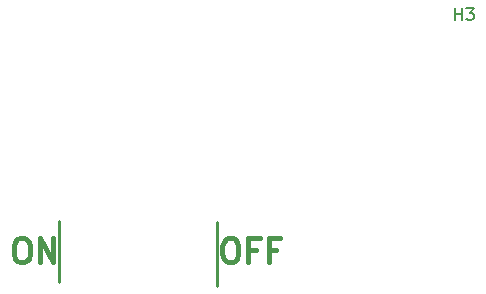
<source format=gbr>
%TF.GenerationSoftware,KiCad,Pcbnew,7.0.10*%
%TF.CreationDate,2024-04-26T10:19:57+01:00*%
%TF.ProjectId,sides,73696465-732e-46b6-9963-61645f706362,rev?*%
%TF.SameCoordinates,Original*%
%TF.FileFunction,Legend,Top*%
%TF.FilePolarity,Positive*%
%FSLAX46Y46*%
G04 Gerber Fmt 4.6, Leading zero omitted, Abs format (unit mm)*
G04 Created by KiCad (PCBNEW 7.0.10) date 2024-04-26 10:19:57*
%MOMM*%
%LPD*%
G01*
G04 APERTURE LIST*
%ADD10C,0.250000*%
%ADD11C,0.400000*%
%ADD12C,0.150000*%
G04 APERTURE END LIST*
D10*
X137800000Y-68900000D02*
X137800000Y-63700000D01*
X151100000Y-69200000D02*
X151100000Y-63800000D01*
D11*
X134420299Y-65204438D02*
X134801252Y-65204438D01*
X134801252Y-65204438D02*
X134991728Y-65299676D01*
X134991728Y-65299676D02*
X135182204Y-65490152D01*
X135182204Y-65490152D02*
X135277442Y-65871104D01*
X135277442Y-65871104D02*
X135277442Y-66537771D01*
X135277442Y-66537771D02*
X135182204Y-66918723D01*
X135182204Y-66918723D02*
X134991728Y-67109200D01*
X134991728Y-67109200D02*
X134801252Y-67204438D01*
X134801252Y-67204438D02*
X134420299Y-67204438D01*
X134420299Y-67204438D02*
X134229823Y-67109200D01*
X134229823Y-67109200D02*
X134039347Y-66918723D01*
X134039347Y-66918723D02*
X133944109Y-66537771D01*
X133944109Y-66537771D02*
X133944109Y-65871104D01*
X133944109Y-65871104D02*
X134039347Y-65490152D01*
X134039347Y-65490152D02*
X134229823Y-65299676D01*
X134229823Y-65299676D02*
X134420299Y-65204438D01*
X136134585Y-67204438D02*
X136134585Y-65204438D01*
X136134585Y-65204438D02*
X137277442Y-67204438D01*
X137277442Y-67204438D02*
X137277442Y-65204438D01*
X152070175Y-65204438D02*
X152451128Y-65204438D01*
X152451128Y-65204438D02*
X152641604Y-65299676D01*
X152641604Y-65299676D02*
X152832080Y-65490152D01*
X152832080Y-65490152D02*
X152927318Y-65871104D01*
X152927318Y-65871104D02*
X152927318Y-66537771D01*
X152927318Y-66537771D02*
X152832080Y-66918723D01*
X152832080Y-66918723D02*
X152641604Y-67109200D01*
X152641604Y-67109200D02*
X152451128Y-67204438D01*
X152451128Y-67204438D02*
X152070175Y-67204438D01*
X152070175Y-67204438D02*
X151879699Y-67109200D01*
X151879699Y-67109200D02*
X151689223Y-66918723D01*
X151689223Y-66918723D02*
X151593985Y-66537771D01*
X151593985Y-66537771D02*
X151593985Y-65871104D01*
X151593985Y-65871104D02*
X151689223Y-65490152D01*
X151689223Y-65490152D02*
X151879699Y-65299676D01*
X151879699Y-65299676D02*
X152070175Y-65204438D01*
X154451128Y-66156819D02*
X153784461Y-66156819D01*
X153784461Y-67204438D02*
X153784461Y-65204438D01*
X153784461Y-65204438D02*
X154736842Y-65204438D01*
X156165414Y-66156819D02*
X155498747Y-66156819D01*
X155498747Y-67204438D02*
X155498747Y-65204438D01*
X155498747Y-65204438D02*
X156451128Y-65204438D01*
D12*
X171288095Y-46704819D02*
X171288095Y-45704819D01*
X171288095Y-46181009D02*
X171859523Y-46181009D01*
X171859523Y-46704819D02*
X171859523Y-45704819D01*
X172240476Y-45704819D02*
X172859523Y-45704819D01*
X172859523Y-45704819D02*
X172526190Y-46085771D01*
X172526190Y-46085771D02*
X172669047Y-46085771D01*
X172669047Y-46085771D02*
X172764285Y-46133390D01*
X172764285Y-46133390D02*
X172811904Y-46181009D01*
X172811904Y-46181009D02*
X172859523Y-46276247D01*
X172859523Y-46276247D02*
X172859523Y-46514342D01*
X172859523Y-46514342D02*
X172811904Y-46609580D01*
X172811904Y-46609580D02*
X172764285Y-46657200D01*
X172764285Y-46657200D02*
X172669047Y-46704819D01*
X172669047Y-46704819D02*
X172383333Y-46704819D01*
X172383333Y-46704819D02*
X172288095Y-46657200D01*
X172288095Y-46657200D02*
X172240476Y-46609580D01*
M02*

</source>
